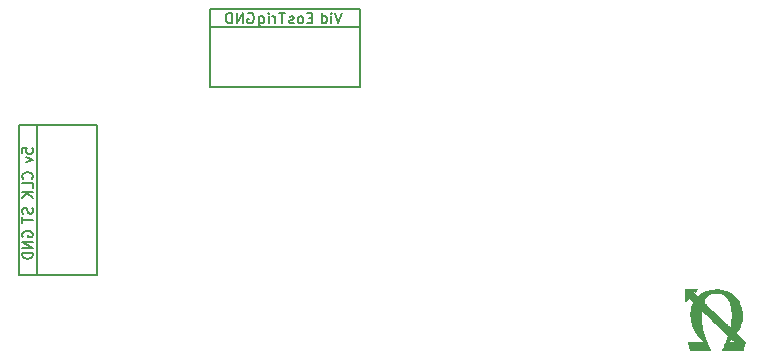
<source format=gbr>
G04 #@! TF.GenerationSoftware,KiCad,Pcbnew,(5.1.4)-1*
G04 #@! TF.CreationDate,2019-10-15T19:11:32-05:00*
G04 #@! TF.ProjectId,CCDBoard_Hardware,43434442-6f61-4726-945f-486172647761,rev?*
G04 #@! TF.SameCoordinates,Original*
G04 #@! TF.FileFunction,Legend,Bot*
G04 #@! TF.FilePolarity,Positive*
%FSLAX46Y46*%
G04 Gerber Fmt 4.6, Leading zero omitted, Abs format (unit mm)*
G04 Created by KiCad (PCBNEW (5.1.4)-1) date 2019-10-15 19:11:32*
%MOMM*%
%LPD*%
G04 APERTURE LIST*
%ADD10C,0.150000*%
%ADD11C,0.010000*%
G04 APERTURE END LIST*
D10*
X102425500Y-95842666D02*
X102383166Y-95758000D01*
X102383166Y-95631000D01*
X102425500Y-95504000D01*
X102510166Y-95419333D01*
X102594833Y-95377000D01*
X102764166Y-95334666D01*
X102891166Y-95334666D01*
X103060500Y-95377000D01*
X103145166Y-95419333D01*
X103229833Y-95504000D01*
X103272166Y-95631000D01*
X103272166Y-95715666D01*
X103229833Y-95842666D01*
X103187500Y-95885000D01*
X102891166Y-95885000D01*
X102891166Y-95715666D01*
X103272166Y-96266000D02*
X102383166Y-96266000D01*
X103272166Y-96774000D01*
X102383166Y-96774000D01*
X103272166Y-97197333D02*
X102383166Y-97197333D01*
X102383166Y-97409000D01*
X102425500Y-97536000D01*
X102510166Y-97620666D01*
X102594833Y-97663000D01*
X102764166Y-97705333D01*
X102891166Y-97705333D01*
X103060500Y-97663000D01*
X103145166Y-97620666D01*
X103229833Y-97536000D01*
X103272166Y-97409000D01*
X103272166Y-97197333D01*
X103187500Y-90910833D02*
X103229833Y-90868500D01*
X103272166Y-90741500D01*
X103272166Y-90656833D01*
X103229833Y-90529833D01*
X103145166Y-90445166D01*
X103060500Y-90402833D01*
X102891166Y-90360500D01*
X102764166Y-90360500D01*
X102594833Y-90402833D01*
X102510166Y-90445166D01*
X102425500Y-90529833D01*
X102383166Y-90656833D01*
X102383166Y-90741500D01*
X102425500Y-90868500D01*
X102467833Y-90910833D01*
X103272166Y-91715166D02*
X103272166Y-91291833D01*
X102383166Y-91291833D01*
X103272166Y-92011500D02*
X102383166Y-92011500D01*
X103272166Y-92519500D02*
X102764166Y-92138500D01*
X102383166Y-92519500D02*
X102891166Y-92011500D01*
X103229833Y-93387333D02*
X103272166Y-93514333D01*
X103272166Y-93726000D01*
X103229833Y-93810666D01*
X103187500Y-93853000D01*
X103102833Y-93895333D01*
X103018166Y-93895333D01*
X102933500Y-93853000D01*
X102891166Y-93810666D01*
X102848833Y-93726000D01*
X102806500Y-93556666D01*
X102764166Y-93472000D01*
X102721833Y-93429666D01*
X102637166Y-93387333D01*
X102552500Y-93387333D01*
X102467833Y-93429666D01*
X102425500Y-93472000D01*
X102383166Y-93556666D01*
X102383166Y-93768333D01*
X102425500Y-93895333D01*
X102383166Y-94149333D02*
X102383166Y-94657333D01*
X103272166Y-94403333D02*
X102383166Y-94403333D01*
X102383166Y-88773000D02*
X102383166Y-88349666D01*
X102806500Y-88307333D01*
X102764166Y-88349666D01*
X102721833Y-88434333D01*
X102721833Y-88646000D01*
X102764166Y-88730666D01*
X102806500Y-88773000D01*
X102891166Y-88815333D01*
X103102833Y-88815333D01*
X103187500Y-88773000D01*
X103229833Y-88730666D01*
X103272166Y-88646000D01*
X103272166Y-88434333D01*
X103229833Y-88349666D01*
X103187500Y-88307333D01*
X102679500Y-89111666D02*
X103272166Y-89323333D01*
X102679500Y-89535000D01*
X121454333Y-76898500D02*
X121539000Y-76856166D01*
X121666000Y-76856166D01*
X121793000Y-76898500D01*
X121877666Y-76983166D01*
X121920000Y-77067833D01*
X121962333Y-77237166D01*
X121962333Y-77364166D01*
X121920000Y-77533500D01*
X121877666Y-77618166D01*
X121793000Y-77702833D01*
X121666000Y-77745166D01*
X121581333Y-77745166D01*
X121454333Y-77702833D01*
X121412000Y-77660500D01*
X121412000Y-77364166D01*
X121581333Y-77364166D01*
X121031000Y-77745166D02*
X121031000Y-76856166D01*
X120523000Y-77745166D01*
X120523000Y-76856166D01*
X120099666Y-77745166D02*
X120099666Y-76856166D01*
X119888000Y-76856166D01*
X119761000Y-76898500D01*
X119676333Y-76983166D01*
X119634000Y-77067833D01*
X119591666Y-77237166D01*
X119591666Y-77364166D01*
X119634000Y-77533500D01*
X119676333Y-77618166D01*
X119761000Y-77702833D01*
X119888000Y-77745166D01*
X120099666Y-77745166D01*
X126936500Y-77279500D02*
X126640166Y-77279500D01*
X126513166Y-77745166D02*
X126936500Y-77745166D01*
X126936500Y-76856166D01*
X126513166Y-76856166D01*
X126005166Y-77745166D02*
X126089833Y-77702833D01*
X126132166Y-77660500D01*
X126174500Y-77575833D01*
X126174500Y-77321833D01*
X126132166Y-77237166D01*
X126089833Y-77194833D01*
X126005166Y-77152500D01*
X125878166Y-77152500D01*
X125793500Y-77194833D01*
X125751166Y-77237166D01*
X125708833Y-77321833D01*
X125708833Y-77575833D01*
X125751166Y-77660500D01*
X125793500Y-77702833D01*
X125878166Y-77745166D01*
X126005166Y-77745166D01*
X125370166Y-77702833D02*
X125285500Y-77745166D01*
X125116166Y-77745166D01*
X125031500Y-77702833D01*
X124989166Y-77618166D01*
X124989166Y-77575833D01*
X125031500Y-77491166D01*
X125116166Y-77448833D01*
X125243166Y-77448833D01*
X125327833Y-77406500D01*
X125370166Y-77321833D01*
X125370166Y-77279500D01*
X125327833Y-77194833D01*
X125243166Y-77152500D01*
X125116166Y-77152500D01*
X125031500Y-77194833D01*
X124587000Y-76856166D02*
X124079000Y-76856166D01*
X124333000Y-77745166D02*
X124333000Y-76856166D01*
X123782666Y-77745166D02*
X123782666Y-77152500D01*
X123782666Y-77321833D02*
X123740333Y-77237166D01*
X123698000Y-77194833D01*
X123613333Y-77152500D01*
X123528666Y-77152500D01*
X123232333Y-77745166D02*
X123232333Y-77152500D01*
X123232333Y-76856166D02*
X123274666Y-76898500D01*
X123232333Y-76940833D01*
X123190000Y-76898500D01*
X123232333Y-76856166D01*
X123232333Y-76940833D01*
X122428000Y-77152500D02*
X122428000Y-77872166D01*
X122470333Y-77956833D01*
X122512666Y-77999166D01*
X122597333Y-78041500D01*
X122724333Y-78041500D01*
X122809000Y-77999166D01*
X122428000Y-77702833D02*
X122512666Y-77745166D01*
X122682000Y-77745166D01*
X122766666Y-77702833D01*
X122809000Y-77660500D01*
X122851333Y-77575833D01*
X122851333Y-77321833D01*
X122809000Y-77237166D01*
X122766666Y-77194833D01*
X122682000Y-77152500D01*
X122512666Y-77152500D01*
X122428000Y-77194833D01*
X129434166Y-76856166D02*
X129137833Y-77745166D01*
X128841500Y-76856166D01*
X128545166Y-77745166D02*
X128545166Y-77152500D01*
X128545166Y-76856166D02*
X128587500Y-76898500D01*
X128545166Y-76940833D01*
X128502833Y-76898500D01*
X128545166Y-76856166D01*
X128545166Y-76940833D01*
X127740833Y-77745166D02*
X127740833Y-76856166D01*
X127740833Y-77702833D02*
X127825500Y-77745166D01*
X127994833Y-77745166D01*
X128079500Y-77702833D01*
X128121833Y-77660500D01*
X128164166Y-77575833D01*
X128164166Y-77321833D01*
X128121833Y-77237166D01*
X128079500Y-77194833D01*
X127994833Y-77152500D01*
X127825500Y-77152500D01*
X127740833Y-77194833D01*
D11*
G36*
X160907176Y-100300086D02*
G01*
X160739778Y-100323014D01*
X160572934Y-100358382D01*
X160408110Y-100405742D01*
X160246772Y-100464645D01*
X160090385Y-100534644D01*
X159940417Y-100615291D01*
X159798333Y-100706137D01*
X159733803Y-100752903D01*
X159699563Y-100779265D01*
X159665158Y-100806655D01*
X159634334Y-100832037D01*
X159610835Y-100852375D01*
X159608592Y-100854418D01*
X159565662Y-100893837D01*
X159504845Y-100835669D01*
X159479499Y-100811350D01*
X159446913Y-100779972D01*
X159410112Y-100744453D01*
X159372116Y-100707707D01*
X159341384Y-100677926D01*
X159238739Y-100578351D01*
X159522281Y-100294543D01*
X159229155Y-100292595D01*
X159154639Y-100292192D01*
X159075096Y-100291924D01*
X158993845Y-100291792D01*
X158914208Y-100291796D01*
X158839507Y-100291936D01*
X158773063Y-100292214D01*
X158726955Y-100292544D01*
X158517881Y-100294441D01*
X158515884Y-100507192D01*
X158515513Y-100565852D01*
X158515370Y-100635385D01*
X158515445Y-100712359D01*
X158515725Y-100793339D01*
X158516202Y-100874891D01*
X158516863Y-100953582D01*
X158517465Y-101008002D01*
X158521043Y-101296060D01*
X158664074Y-101152889D01*
X158701271Y-101115911D01*
X158735374Y-101082496D01*
X158765035Y-101053926D01*
X158788905Y-101031484D01*
X158805636Y-101016452D01*
X158813881Y-101010111D01*
X158814328Y-101009989D01*
X158820938Y-101014886D01*
X158836552Y-101028698D01*
X158859976Y-101050304D01*
X158890016Y-101078579D01*
X158925478Y-101112400D01*
X158965168Y-101150644D01*
X159006318Y-101190651D01*
X159191087Y-101371042D01*
X159153998Y-101449282D01*
X159086728Y-101607822D01*
X159032671Y-101771522D01*
X158991868Y-101939952D01*
X158964361Y-102112681D01*
X158950191Y-102289280D01*
X158949397Y-102469318D01*
X158962022Y-102652365D01*
X158988105Y-102837992D01*
X159011082Y-102954318D01*
X159057904Y-103136396D01*
X159118368Y-103318762D01*
X159191872Y-103500341D01*
X159277812Y-103680060D01*
X159375587Y-103856844D01*
X159484592Y-104029620D01*
X159604226Y-104197312D01*
X159733885Y-104358848D01*
X159872967Y-104513152D01*
X159903645Y-104544874D01*
X160012845Y-104656396D01*
X160012845Y-104730282D01*
X159372901Y-104730282D01*
X159278485Y-104730340D01*
X159188203Y-104730511D01*
X159103074Y-104730784D01*
X159024118Y-104731152D01*
X158952355Y-104731606D01*
X158888803Y-104732138D01*
X158834482Y-104732738D01*
X158790411Y-104733400D01*
X158757609Y-104734113D01*
X158737097Y-104734870D01*
X158729898Y-104735648D01*
X158731083Y-104743409D01*
X158735635Y-104763669D01*
X158743219Y-104795103D01*
X158753502Y-104836385D01*
X158766150Y-104886192D01*
X158780827Y-104943199D01*
X158797200Y-105006080D01*
X158814935Y-105073513D01*
X158819886Y-105092225D01*
X158912932Y-105443435D01*
X159486142Y-105448178D01*
X159584784Y-105448960D01*
X159686181Y-105449703D01*
X159788392Y-105450395D01*
X159889476Y-105451025D01*
X159987490Y-105451583D01*
X160080493Y-105452059D01*
X160166545Y-105452441D01*
X160243702Y-105452720D01*
X160310023Y-105452883D01*
X160353437Y-105452925D01*
X160647522Y-105452930D01*
X160539131Y-105236493D01*
X160494539Y-105146790D01*
X160455383Y-105066409D01*
X160420210Y-104992131D01*
X160387564Y-104920736D01*
X160355992Y-104849005D01*
X160324039Y-104773719D01*
X160290252Y-104691659D01*
X160266830Y-104633690D01*
X160167407Y-104372863D01*
X160079756Y-104114853D01*
X160003973Y-103860139D01*
X159940155Y-103609199D01*
X159888397Y-103362511D01*
X159848796Y-103120553D01*
X159821448Y-102883802D01*
X159806450Y-102652739D01*
X159803897Y-102427839D01*
X159806199Y-102344364D01*
X159808306Y-102299511D01*
X159811220Y-102251219D01*
X159814742Y-102201652D01*
X159818674Y-102152971D01*
X159822816Y-102107340D01*
X159826971Y-102066921D01*
X159830939Y-102033879D01*
X159834522Y-102010375D01*
X159837522Y-101998572D01*
X159838022Y-101997819D01*
X159843910Y-102001479D01*
X159858173Y-102013582D01*
X159879011Y-102032506D01*
X159904623Y-102056634D01*
X159921602Y-102073001D01*
X159934690Y-102085678D01*
X159957554Y-102107772D01*
X159989664Y-102138773D01*
X160030492Y-102178170D01*
X160079507Y-102225452D01*
X160136179Y-102280109D01*
X160199980Y-102341630D01*
X160270378Y-102409505D01*
X160346846Y-102483222D01*
X160428852Y-102562272D01*
X160515868Y-102646144D01*
X160607364Y-102734327D01*
X160702810Y-102826311D01*
X160801677Y-102921584D01*
X160903434Y-103019637D01*
X161007552Y-103119959D01*
X161066409Y-103176666D01*
X161170394Y-103276896D01*
X161271607Y-103374538D01*
X161369567Y-103469126D01*
X161463792Y-103560192D01*
X161553802Y-103647268D01*
X161639117Y-103729888D01*
X161719256Y-103807584D01*
X161793738Y-103879890D01*
X161862082Y-103946337D01*
X161923808Y-104006459D01*
X161978436Y-104059789D01*
X162025484Y-104105859D01*
X162064472Y-104144203D01*
X162094919Y-104174352D01*
X162116345Y-104195840D01*
X162128269Y-104208199D01*
X162130705Y-104211162D01*
X162128307Y-104222356D01*
X162121573Y-104244978D01*
X162111189Y-104277057D01*
X162097841Y-104316623D01*
X162082215Y-104361704D01*
X162064998Y-104410329D01*
X162046877Y-104460528D01*
X162028537Y-104510330D01*
X162010666Y-104557763D01*
X162003486Y-104576451D01*
X161945720Y-104721696D01*
X161886595Y-104861815D01*
X161824028Y-105001520D01*
X161755939Y-105145524D01*
X161718717Y-105221535D01*
X161692929Y-105273765D01*
X161669281Y-105321888D01*
X161648497Y-105364412D01*
X161631300Y-105399847D01*
X161618415Y-105426701D01*
X161610566Y-105443483D01*
X161608395Y-105448704D01*
X161615405Y-105449239D01*
X161635858Y-105449754D01*
X161668887Y-105450246D01*
X161713624Y-105450709D01*
X161769202Y-105451140D01*
X161834754Y-105451535D01*
X161909413Y-105451890D01*
X161992312Y-105452199D01*
X162082584Y-105452460D01*
X162179360Y-105452667D01*
X162281775Y-105452817D01*
X162388962Y-105452906D01*
X162481473Y-105452930D01*
X163354552Y-105452930D01*
X163360728Y-105436684D01*
X163363784Y-105426627D01*
X163370119Y-105404179D01*
X163379341Y-105370783D01*
X163391057Y-105327879D01*
X163404876Y-105276908D01*
X163420406Y-105219311D01*
X163437254Y-105156529D01*
X163453687Y-105095036D01*
X163471414Y-105028760D01*
X163488205Y-104966357D01*
X163503667Y-104909264D01*
X163517405Y-104858919D01*
X163529025Y-104816759D01*
X163538134Y-104784224D01*
X163544336Y-104762751D01*
X163547147Y-104753978D01*
X163547684Y-104750326D01*
X163546156Y-104745240D01*
X163541897Y-104738038D01*
X163541096Y-104736991D01*
X162685212Y-104736991D01*
X162465197Y-104737214D01*
X162245183Y-104737437D01*
X162245183Y-104657606D01*
X162312393Y-104584831D01*
X162338565Y-104556413D01*
X162362644Y-104530124D01*
X162382242Y-104508581D01*
X162394971Y-104494400D01*
X162396464Y-104492700D01*
X162413324Y-104473344D01*
X162549268Y-104605167D01*
X162685212Y-104736991D01*
X163541096Y-104736991D01*
X163534243Y-104728042D01*
X163522528Y-104714571D01*
X163506087Y-104696946D01*
X163484255Y-104674487D01*
X163456367Y-104646514D01*
X163421758Y-104612348D01*
X163379762Y-104571308D01*
X163329714Y-104522716D01*
X163270949Y-104465891D01*
X163202803Y-104400154D01*
X163169603Y-104368162D01*
X163107607Y-104308398D01*
X163048657Y-104251496D01*
X162993558Y-104198240D01*
X162943117Y-104149410D01*
X162898137Y-104105789D01*
X162859425Y-104068159D01*
X162827787Y-104037302D01*
X162804027Y-104014001D01*
X162788952Y-103999036D01*
X162783367Y-103993190D01*
X162783357Y-103993169D01*
X162786284Y-103985747D01*
X162795701Y-103968567D01*
X162810301Y-103943874D01*
X162828777Y-103913910D01*
X162837818Y-103899604D01*
X162941913Y-103725948D01*
X163034291Y-103550656D01*
X163114577Y-103374671D01*
X163182394Y-103198932D01*
X163237367Y-103024384D01*
X163279120Y-102851966D01*
X163298479Y-102744789D01*
X163306152Y-102682535D01*
X163311558Y-102610886D01*
X163314699Y-102533295D01*
X163315360Y-102472901D01*
X162434641Y-102472901D01*
X162434579Y-102553634D01*
X162434212Y-102622530D01*
X162433402Y-102682065D01*
X162432012Y-102734710D01*
X162429904Y-102782939D01*
X162426940Y-102829226D01*
X162422983Y-102876044D01*
X162417894Y-102925866D01*
X162411536Y-102981165D01*
X162403771Y-103044414D01*
X162402034Y-103058257D01*
X162395871Y-103104313D01*
X162388270Y-103156454D01*
X162379607Y-103212500D01*
X162370258Y-103270269D01*
X162360602Y-103327580D01*
X162351014Y-103382254D01*
X162341873Y-103432110D01*
X162333553Y-103474967D01*
X162326433Y-103508644D01*
X162320890Y-103530961D01*
X162319654Y-103534927D01*
X162313983Y-103536598D01*
X162300901Y-103528297D01*
X162279700Y-103509536D01*
X162271737Y-103501880D01*
X162262330Y-103492772D01*
X162243113Y-103474219D01*
X162214583Y-103446699D01*
X162177238Y-103410692D01*
X162131575Y-103366677D01*
X162078093Y-103315134D01*
X162017288Y-103256542D01*
X161949658Y-103191380D01*
X161875702Y-103120129D01*
X161795916Y-103043267D01*
X161710799Y-102961273D01*
X161620848Y-102874628D01*
X161526560Y-102783811D01*
X161428433Y-102689301D01*
X161326966Y-102591578D01*
X161222654Y-102491120D01*
X161125437Y-102397499D01*
X161019573Y-102295518D01*
X160916454Y-102196116D01*
X160816554Y-102099752D01*
X160720347Y-102006884D01*
X160628306Y-101917973D01*
X160540906Y-101833478D01*
X160458620Y-101753858D01*
X160381922Y-101679572D01*
X160311285Y-101611080D01*
X160247183Y-101548841D01*
X160190091Y-101493314D01*
X160140481Y-101444959D01*
X160098828Y-101404236D01*
X160065604Y-101371603D01*
X160041285Y-101347519D01*
X160026344Y-101332445D01*
X160021257Y-101326857D01*
X160023331Y-101315951D01*
X160031262Y-101294867D01*
X160043935Y-101265929D01*
X160060237Y-101231456D01*
X160079054Y-101193769D01*
X160099273Y-101155191D01*
X160119779Y-101118042D01*
X160129616Y-101101029D01*
X160193857Y-101003218D01*
X160266705Y-100912704D01*
X160346576Y-100831030D01*
X160431888Y-100759737D01*
X160521055Y-100700369D01*
X160566320Y-100675773D01*
X160659401Y-100634417D01*
X160756135Y-100602500D01*
X160858495Y-100579608D01*
X160968451Y-100565329D01*
X161087975Y-100559248D01*
X161122702Y-100558958D01*
X161250271Y-100562550D01*
X161366881Y-100573536D01*
X161474011Y-100592227D01*
X161573139Y-100618936D01*
X161665740Y-100653974D01*
X161737183Y-100688786D01*
X161832932Y-100748474D01*
X161921914Y-100820762D01*
X162004124Y-100905638D01*
X162079555Y-101003088D01*
X162148201Y-101113100D01*
X162210057Y-101235661D01*
X162265114Y-101370760D01*
X162313369Y-101518382D01*
X162354813Y-101678517D01*
X162389441Y-101851150D01*
X162417247Y-102036270D01*
X162421683Y-102072225D01*
X162425138Y-102103947D01*
X162427948Y-102136727D01*
X162430174Y-102172416D01*
X162431875Y-102212865D01*
X162433111Y-102259925D01*
X162433943Y-102315448D01*
X162434430Y-102381283D01*
X162434631Y-102459281D01*
X162434641Y-102472901D01*
X163315360Y-102472901D01*
X163315576Y-102453219D01*
X163314192Y-102374112D01*
X163310547Y-102299429D01*
X163304644Y-102232627D01*
X163298215Y-102186704D01*
X163260965Y-102000022D01*
X163215351Y-101824544D01*
X163161082Y-101659659D01*
X163097863Y-101504754D01*
X163025404Y-101359219D01*
X162943410Y-101222441D01*
X162851590Y-101093807D01*
X162749651Y-100972707D01*
X162685488Y-100905392D01*
X162562480Y-100792011D01*
X162430651Y-100689794D01*
X162290275Y-100598858D01*
X162141623Y-100519317D01*
X161984968Y-100451287D01*
X161820582Y-100394882D01*
X161648739Y-100350218D01*
X161469709Y-100317409D01*
X161283766Y-100296572D01*
X161237768Y-100293342D01*
X161073661Y-100290046D01*
X160907176Y-100300086D01*
X160907176Y-100300086D01*
G37*
X160907176Y-100300086D02*
X160739778Y-100323014D01*
X160572934Y-100358382D01*
X160408110Y-100405742D01*
X160246772Y-100464645D01*
X160090385Y-100534644D01*
X159940417Y-100615291D01*
X159798333Y-100706137D01*
X159733803Y-100752903D01*
X159699563Y-100779265D01*
X159665158Y-100806655D01*
X159634334Y-100832037D01*
X159610835Y-100852375D01*
X159608592Y-100854418D01*
X159565662Y-100893837D01*
X159504845Y-100835669D01*
X159479499Y-100811350D01*
X159446913Y-100779972D01*
X159410112Y-100744453D01*
X159372116Y-100707707D01*
X159341384Y-100677926D01*
X159238739Y-100578351D01*
X159522281Y-100294543D01*
X159229155Y-100292595D01*
X159154639Y-100292192D01*
X159075096Y-100291924D01*
X158993845Y-100291792D01*
X158914208Y-100291796D01*
X158839507Y-100291936D01*
X158773063Y-100292214D01*
X158726955Y-100292544D01*
X158517881Y-100294441D01*
X158515884Y-100507192D01*
X158515513Y-100565852D01*
X158515370Y-100635385D01*
X158515445Y-100712359D01*
X158515725Y-100793339D01*
X158516202Y-100874891D01*
X158516863Y-100953582D01*
X158517465Y-101008002D01*
X158521043Y-101296060D01*
X158664074Y-101152889D01*
X158701271Y-101115911D01*
X158735374Y-101082496D01*
X158765035Y-101053926D01*
X158788905Y-101031484D01*
X158805636Y-101016452D01*
X158813881Y-101010111D01*
X158814328Y-101009989D01*
X158820938Y-101014886D01*
X158836552Y-101028698D01*
X158859976Y-101050304D01*
X158890016Y-101078579D01*
X158925478Y-101112400D01*
X158965168Y-101150644D01*
X159006318Y-101190651D01*
X159191087Y-101371042D01*
X159153998Y-101449282D01*
X159086728Y-101607822D01*
X159032671Y-101771522D01*
X158991868Y-101939952D01*
X158964361Y-102112681D01*
X158950191Y-102289280D01*
X158949397Y-102469318D01*
X158962022Y-102652365D01*
X158988105Y-102837992D01*
X159011082Y-102954318D01*
X159057904Y-103136396D01*
X159118368Y-103318762D01*
X159191872Y-103500341D01*
X159277812Y-103680060D01*
X159375587Y-103856844D01*
X159484592Y-104029620D01*
X159604226Y-104197312D01*
X159733885Y-104358848D01*
X159872967Y-104513152D01*
X159903645Y-104544874D01*
X160012845Y-104656396D01*
X160012845Y-104730282D01*
X159372901Y-104730282D01*
X159278485Y-104730340D01*
X159188203Y-104730511D01*
X159103074Y-104730784D01*
X159024118Y-104731152D01*
X158952355Y-104731606D01*
X158888803Y-104732138D01*
X158834482Y-104732738D01*
X158790411Y-104733400D01*
X158757609Y-104734113D01*
X158737097Y-104734870D01*
X158729898Y-104735648D01*
X158731083Y-104743409D01*
X158735635Y-104763669D01*
X158743219Y-104795103D01*
X158753502Y-104836385D01*
X158766150Y-104886192D01*
X158780827Y-104943199D01*
X158797200Y-105006080D01*
X158814935Y-105073513D01*
X158819886Y-105092225D01*
X158912932Y-105443435D01*
X159486142Y-105448178D01*
X159584784Y-105448960D01*
X159686181Y-105449703D01*
X159788392Y-105450395D01*
X159889476Y-105451025D01*
X159987490Y-105451583D01*
X160080493Y-105452059D01*
X160166545Y-105452441D01*
X160243702Y-105452720D01*
X160310023Y-105452883D01*
X160353437Y-105452925D01*
X160647522Y-105452930D01*
X160539131Y-105236493D01*
X160494539Y-105146790D01*
X160455383Y-105066409D01*
X160420210Y-104992131D01*
X160387564Y-104920736D01*
X160355992Y-104849005D01*
X160324039Y-104773719D01*
X160290252Y-104691659D01*
X160266830Y-104633690D01*
X160167407Y-104372863D01*
X160079756Y-104114853D01*
X160003973Y-103860139D01*
X159940155Y-103609199D01*
X159888397Y-103362511D01*
X159848796Y-103120553D01*
X159821448Y-102883802D01*
X159806450Y-102652739D01*
X159803897Y-102427839D01*
X159806199Y-102344364D01*
X159808306Y-102299511D01*
X159811220Y-102251219D01*
X159814742Y-102201652D01*
X159818674Y-102152971D01*
X159822816Y-102107340D01*
X159826971Y-102066921D01*
X159830939Y-102033879D01*
X159834522Y-102010375D01*
X159837522Y-101998572D01*
X159838022Y-101997819D01*
X159843910Y-102001479D01*
X159858173Y-102013582D01*
X159879011Y-102032506D01*
X159904623Y-102056634D01*
X159921602Y-102073001D01*
X159934690Y-102085678D01*
X159957554Y-102107772D01*
X159989664Y-102138773D01*
X160030492Y-102178170D01*
X160079507Y-102225452D01*
X160136179Y-102280109D01*
X160199980Y-102341630D01*
X160270378Y-102409505D01*
X160346846Y-102483222D01*
X160428852Y-102562272D01*
X160515868Y-102646144D01*
X160607364Y-102734327D01*
X160702810Y-102826311D01*
X160801677Y-102921584D01*
X160903434Y-103019637D01*
X161007552Y-103119959D01*
X161066409Y-103176666D01*
X161170394Y-103276896D01*
X161271607Y-103374538D01*
X161369567Y-103469126D01*
X161463792Y-103560192D01*
X161553802Y-103647268D01*
X161639117Y-103729888D01*
X161719256Y-103807584D01*
X161793738Y-103879890D01*
X161862082Y-103946337D01*
X161923808Y-104006459D01*
X161978436Y-104059789D01*
X162025484Y-104105859D01*
X162064472Y-104144203D01*
X162094919Y-104174352D01*
X162116345Y-104195840D01*
X162128269Y-104208199D01*
X162130705Y-104211162D01*
X162128307Y-104222356D01*
X162121573Y-104244978D01*
X162111189Y-104277057D01*
X162097841Y-104316623D01*
X162082215Y-104361704D01*
X162064998Y-104410329D01*
X162046877Y-104460528D01*
X162028537Y-104510330D01*
X162010666Y-104557763D01*
X162003486Y-104576451D01*
X161945720Y-104721696D01*
X161886595Y-104861815D01*
X161824028Y-105001520D01*
X161755939Y-105145524D01*
X161718717Y-105221535D01*
X161692929Y-105273765D01*
X161669281Y-105321888D01*
X161648497Y-105364412D01*
X161631300Y-105399847D01*
X161618415Y-105426701D01*
X161610566Y-105443483D01*
X161608395Y-105448704D01*
X161615405Y-105449239D01*
X161635858Y-105449754D01*
X161668887Y-105450246D01*
X161713624Y-105450709D01*
X161769202Y-105451140D01*
X161834754Y-105451535D01*
X161909413Y-105451890D01*
X161992312Y-105452199D01*
X162082584Y-105452460D01*
X162179360Y-105452667D01*
X162281775Y-105452817D01*
X162388962Y-105452906D01*
X162481473Y-105452930D01*
X163354552Y-105452930D01*
X163360728Y-105436684D01*
X163363784Y-105426627D01*
X163370119Y-105404179D01*
X163379341Y-105370783D01*
X163391057Y-105327879D01*
X163404876Y-105276908D01*
X163420406Y-105219311D01*
X163437254Y-105156529D01*
X163453687Y-105095036D01*
X163471414Y-105028760D01*
X163488205Y-104966357D01*
X163503667Y-104909264D01*
X163517405Y-104858919D01*
X163529025Y-104816759D01*
X163538134Y-104784224D01*
X163544336Y-104762751D01*
X163547147Y-104753978D01*
X163547684Y-104750326D01*
X163546156Y-104745240D01*
X163541897Y-104738038D01*
X163541096Y-104736991D01*
X162685212Y-104736991D01*
X162465197Y-104737214D01*
X162245183Y-104737437D01*
X162245183Y-104657606D01*
X162312393Y-104584831D01*
X162338565Y-104556413D01*
X162362644Y-104530124D01*
X162382242Y-104508581D01*
X162394971Y-104494400D01*
X162396464Y-104492700D01*
X162413324Y-104473344D01*
X162549268Y-104605167D01*
X162685212Y-104736991D01*
X163541096Y-104736991D01*
X163534243Y-104728042D01*
X163522528Y-104714571D01*
X163506087Y-104696946D01*
X163484255Y-104674487D01*
X163456367Y-104646514D01*
X163421758Y-104612348D01*
X163379762Y-104571308D01*
X163329714Y-104522716D01*
X163270949Y-104465891D01*
X163202803Y-104400154D01*
X163169603Y-104368162D01*
X163107607Y-104308398D01*
X163048657Y-104251496D01*
X162993558Y-104198240D01*
X162943117Y-104149410D01*
X162898137Y-104105789D01*
X162859425Y-104068159D01*
X162827787Y-104037302D01*
X162804027Y-104014001D01*
X162788952Y-103999036D01*
X162783367Y-103993190D01*
X162783357Y-103993169D01*
X162786284Y-103985747D01*
X162795701Y-103968567D01*
X162810301Y-103943874D01*
X162828777Y-103913910D01*
X162837818Y-103899604D01*
X162941913Y-103725948D01*
X163034291Y-103550656D01*
X163114577Y-103374671D01*
X163182394Y-103198932D01*
X163237367Y-103024384D01*
X163279120Y-102851966D01*
X163298479Y-102744789D01*
X163306152Y-102682535D01*
X163311558Y-102610886D01*
X163314699Y-102533295D01*
X163315360Y-102472901D01*
X162434641Y-102472901D01*
X162434579Y-102553634D01*
X162434212Y-102622530D01*
X162433402Y-102682065D01*
X162432012Y-102734710D01*
X162429904Y-102782939D01*
X162426940Y-102829226D01*
X162422983Y-102876044D01*
X162417894Y-102925866D01*
X162411536Y-102981165D01*
X162403771Y-103044414D01*
X162402034Y-103058257D01*
X162395871Y-103104313D01*
X162388270Y-103156454D01*
X162379607Y-103212500D01*
X162370258Y-103270269D01*
X162360602Y-103327580D01*
X162351014Y-103382254D01*
X162341873Y-103432110D01*
X162333553Y-103474967D01*
X162326433Y-103508644D01*
X162320890Y-103530961D01*
X162319654Y-103534927D01*
X162313983Y-103536598D01*
X162300901Y-103528297D01*
X162279700Y-103509536D01*
X162271737Y-103501880D01*
X162262330Y-103492772D01*
X162243113Y-103474219D01*
X162214583Y-103446699D01*
X162177238Y-103410692D01*
X162131575Y-103366677D01*
X162078093Y-103315134D01*
X162017288Y-103256542D01*
X161949658Y-103191380D01*
X161875702Y-103120129D01*
X161795916Y-103043267D01*
X161710799Y-102961273D01*
X161620848Y-102874628D01*
X161526560Y-102783811D01*
X161428433Y-102689301D01*
X161326966Y-102591578D01*
X161222654Y-102491120D01*
X161125437Y-102397499D01*
X161019573Y-102295518D01*
X160916454Y-102196116D01*
X160816554Y-102099752D01*
X160720347Y-102006884D01*
X160628306Y-101917973D01*
X160540906Y-101833478D01*
X160458620Y-101753858D01*
X160381922Y-101679572D01*
X160311285Y-101611080D01*
X160247183Y-101548841D01*
X160190091Y-101493314D01*
X160140481Y-101444959D01*
X160098828Y-101404236D01*
X160065604Y-101371603D01*
X160041285Y-101347519D01*
X160026344Y-101332445D01*
X160021257Y-101326857D01*
X160023331Y-101315951D01*
X160031262Y-101294867D01*
X160043935Y-101265929D01*
X160060237Y-101231456D01*
X160079054Y-101193769D01*
X160099273Y-101155191D01*
X160119779Y-101118042D01*
X160129616Y-101101029D01*
X160193857Y-101003218D01*
X160266705Y-100912704D01*
X160346576Y-100831030D01*
X160431888Y-100759737D01*
X160521055Y-100700369D01*
X160566320Y-100675773D01*
X160659401Y-100634417D01*
X160756135Y-100602500D01*
X160858495Y-100579608D01*
X160968451Y-100565329D01*
X161087975Y-100559248D01*
X161122702Y-100558958D01*
X161250271Y-100562550D01*
X161366881Y-100573536D01*
X161474011Y-100592227D01*
X161573139Y-100618936D01*
X161665740Y-100653974D01*
X161737183Y-100688786D01*
X161832932Y-100748474D01*
X161921914Y-100820762D01*
X162004124Y-100905638D01*
X162079555Y-101003088D01*
X162148201Y-101113100D01*
X162210057Y-101235661D01*
X162265114Y-101370760D01*
X162313369Y-101518382D01*
X162354813Y-101678517D01*
X162389441Y-101851150D01*
X162417247Y-102036270D01*
X162421683Y-102072225D01*
X162425138Y-102103947D01*
X162427948Y-102136727D01*
X162430174Y-102172416D01*
X162431875Y-102212865D01*
X162433111Y-102259925D01*
X162433943Y-102315448D01*
X162434430Y-102381283D01*
X162434631Y-102459281D01*
X162434641Y-102472901D01*
X163315360Y-102472901D01*
X163315576Y-102453219D01*
X163314192Y-102374112D01*
X163310547Y-102299429D01*
X163304644Y-102232627D01*
X163298215Y-102186704D01*
X163260965Y-102000022D01*
X163215351Y-101824544D01*
X163161082Y-101659659D01*
X163097863Y-101504754D01*
X163025404Y-101359219D01*
X162943410Y-101222441D01*
X162851590Y-101093807D01*
X162749651Y-100972707D01*
X162685488Y-100905392D01*
X162562480Y-100792011D01*
X162430651Y-100689794D01*
X162290275Y-100598858D01*
X162141623Y-100519317D01*
X161984968Y-100451287D01*
X161820582Y-100394882D01*
X161648739Y-100350218D01*
X161469709Y-100317409D01*
X161283766Y-100296572D01*
X161237768Y-100293342D01*
X161073661Y-100290046D01*
X160907176Y-100300086D01*
D10*
X102108000Y-99060000D02*
X102108000Y-86360000D01*
X103632000Y-99060000D02*
X102108000Y-99060000D01*
X102108000Y-86360000D02*
X103632000Y-86360000D01*
X108712000Y-99060000D02*
X108712000Y-86360000D01*
X103632000Y-86360000D02*
X103632000Y-99060000D01*
X108712000Y-99060000D02*
X103632000Y-99060000D01*
X108712000Y-86360000D02*
X103632000Y-86360000D01*
X130937000Y-83185000D02*
X130937000Y-78105000D01*
X118237000Y-83185000D02*
X118237000Y-78105000D01*
X130937000Y-78105000D02*
X118237000Y-78105000D01*
X118237000Y-83185000D02*
X130937000Y-83185000D01*
X130937000Y-76581000D02*
X130937000Y-78105000D01*
X118237000Y-78105000D02*
X118237000Y-76581000D01*
X118237000Y-76581000D02*
X130937000Y-76581000D01*
M02*

</source>
